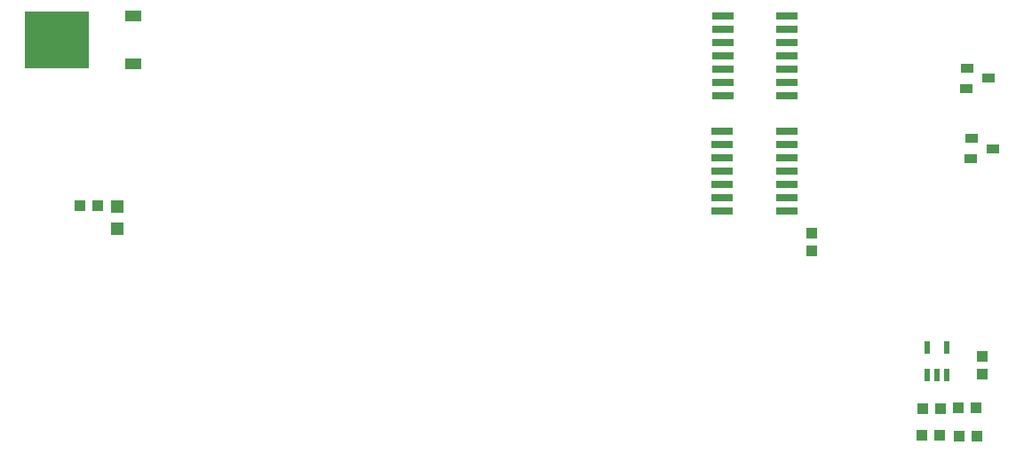
<source format=gbr>
G04 EAGLE Gerber X2 export*
%TF.Part,Single*%
%TF.FileFunction,Paste,Top*%
%TF.FilePolarity,Positive*%
%TF.GenerationSoftware,Autodesk,EAGLE,8.6.3*%
%TF.CreationDate,2018-07-14T15:56:02Z*%
G75*
%MOMM*%
%FSLAX34Y34*%
%LPD*%
%AMOC8*
5,1,8,0,0,1.08239X$1,22.5*%
G01*
%ADD10R,1.000000X1.100000*%
%ADD11R,2.032000X0.660400*%
%ADD12R,0.600000X1.200000*%
%ADD13R,1.100000X1.000000*%
%ADD14R,1.200000X1.200000*%
%ADD15R,1.200000X0.900000*%
%ADD16R,6.200000X5.400000*%
%ADD17R,1.600000X1.000000*%


D10*
X134501Y401600D03*
X151501Y401600D03*
D11*
X808634Y397000D03*
X747166Y397000D03*
X808634Y409700D03*
X808634Y422400D03*
X747166Y409700D03*
X747166Y422400D03*
X808634Y435100D03*
X747166Y435100D03*
X808634Y447800D03*
X808634Y460500D03*
X747166Y447800D03*
X747166Y460500D03*
X808634Y473200D03*
X747166Y473200D03*
X808834Y506900D03*
X747366Y506900D03*
X808834Y519600D03*
X808834Y532300D03*
X747366Y519600D03*
X747366Y532300D03*
X808834Y545000D03*
X747366Y545000D03*
X808834Y557700D03*
X808834Y570400D03*
X747366Y557700D03*
X747366Y570400D03*
X808834Y583100D03*
X747366Y583100D03*
D12*
X961200Y266060D03*
X942200Y239940D03*
X951700Y239940D03*
X961200Y239940D03*
X942200Y266060D03*
D13*
X994700Y241300D03*
X994700Y258300D03*
D10*
X954900Y207900D03*
X937900Y207900D03*
X971600Y208500D03*
X988600Y208500D03*
X954600Y182300D03*
X937600Y182300D03*
X973200Y181400D03*
X990200Y181400D03*
D14*
X170500Y401000D03*
X170500Y380000D03*
D15*
X984240Y446900D03*
X984740Y465900D03*
X1005360Y456400D03*
X979940Y513900D03*
X980440Y532900D03*
X1001060Y523400D03*
D16*
X112700Y559900D03*
D17*
X185700Y537100D03*
X185700Y582700D03*
D13*
X831900Y375500D03*
X831900Y358500D03*
M02*

</source>
